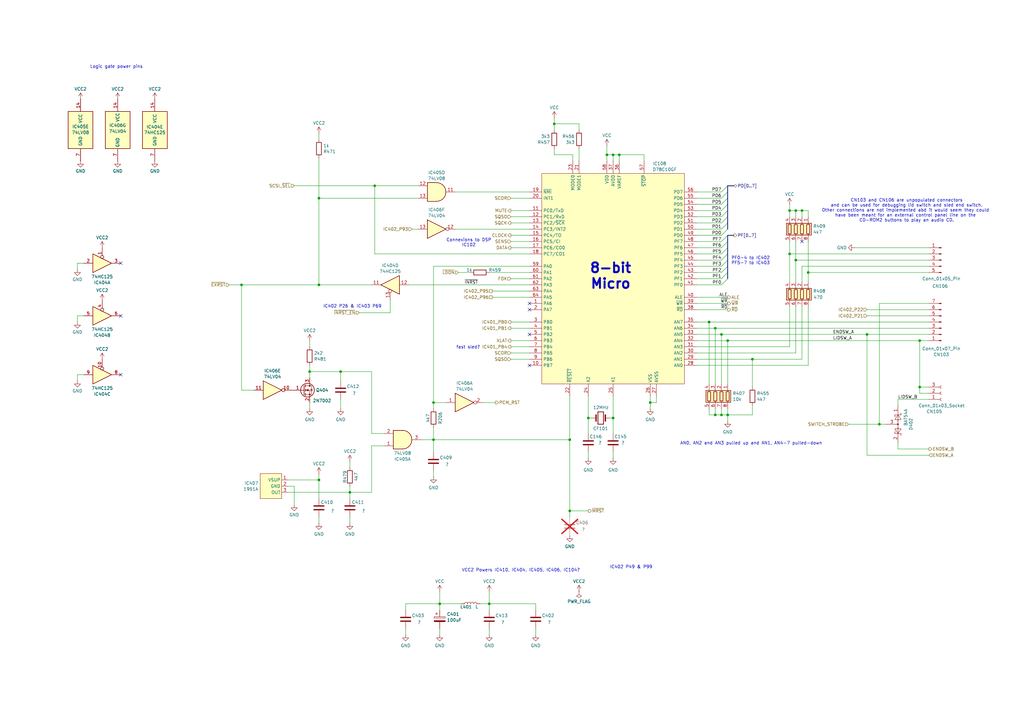
<source format=kicad_sch>
(kicad_sch (version 20231120) (generator "eeschema") (generator_version "8.0")
  (paper "A3")
  (title_block (title "PC-FX CD Board Schematics") (date "2024-07-25") (rev "0.1") (company "Author: Regis Galland") (comment 1 "Reversed engineered schematics of the PC-FX CD PCB"))
  (junction (at 360.68 173.99))
  (junction (at 180.34 247.65))
  (junction (at 295.91 137.16))
  (junction (at 290.83 132.08))
  (junction (at 248.92 63.5))
  (junction (at 153.67 76.2))
  (junction (at 130.81 81.28))
  (junction (at 254 63.5))
  (junction (at 227.33 50.8))
  (junction (at 266.7 165.1))
  (junction (at 326.39 86.36))
  (junction (at 130.81 116.84))
  (junction (at 200.66 247.65))
  (junction (at 139.7 152.4))
  (junction (at 233.68 180.34))
  (junction (at 355.6 137.16))
  (junction (at 177.8 180.34))
  (junction (at 308.61 147.32))
  (junction (at 323.85 104.14))
  (junction (at 293.37 134.62))
  (junction (at 298.45 139.7))
  (junction (at 143.51 201.93))
  (junction (at 298.45 170.18))
  (junction (at 326.39 106.68))
  (junction (at 130.81 196.85))
  (junction (at 331.47 111.76))
  (junction (at 251.46 63.5))
  (junction (at 377.19 139.7))
  (junction (at 241.3 171.45))
  (junction (at 177.8 165.1))
  (junction (at 295.91 170.18))
  (junction (at 323.85 86.36))
  (junction (at 328.93 86.36))
  (junction (at 377.19 158.75))
  (junction (at 99.06 116.84))
  (junction (at 127 152.4))
  (junction (at 233.68 209.55))
  (junction (at 251.46 171.45))
  (junction (at 293.37 170.18))
  (no_connect (at 217.17 149.86))
  (no_connect (at 217.17 127))
  (no_connect (at 328.93 99.06))
  (no_connect (at 217.17 124.46))
  (no_connect (at 49.53 107.95))
  (no_connect (at 49.53 129.54))
  (no_connect (at 49.53 153.67))
  (no_connect (at 217.17 137.16))
  (bus_entry (at 298.45 86.36) (size -2.54 2.54))
  (bus_entry (at 298.45 83.82) (size -2.54 2.54))
  (bus_entry (at 295.91 99.06) (size 2.54 -2.54))
  (bus_entry (at 295.91 114.3) (size 2.54 -2.54))
  (bus_entry (at 298.45 93.98) (size -2.54 2.54))
  (bus_entry (at 295.91 104.14) (size 2.54 -2.54))
  (bus_entry (at 298.45 81.28) (size -2.54 2.54))
  (bus_entry (at 298.45 91.44) (size -2.54 2.54))
  (bus_entry (at 295.91 101.6) (size 2.54 -2.54))
  (bus_entry (at 295.91 116.84) (size 2.54 -2.54))
  (bus_entry (at 298.45 76.2) (size -2.54 2.54))
  (bus_entry (at 295.91 109.22) (size 2.54 -2.54))
  (bus_entry (at 295.91 106.68) (size 2.54 -2.54))
  (bus_entry (at 295.91 111.76) (size 2.54 -2.54))
  (bus_entry (at 298.45 88.9) (size -2.54 2.54))
  (bus_entry (at 298.45 78.74) (size -2.54 2.54))
  (wire (pts (xy 328.93 86.36) (xy 326.39 86.36)))
  (wire (pts (xy 233.68 162.56) (xy 233.68 180.34)))
  (wire (pts (xy 293.37 167.64) (xy 293.37 170.18)))
  (wire (pts (xy 331.47 111.76) (xy 381 111.76)))
  (wire (pts (xy 209.55 101.6) (xy 217.17 101.6)))
  (wire (pts (xy 186.69 78.74) (xy 217.17 78.74)))
  (wire (pts (xy 99.06 160.02) (xy 99.06 116.84)))
  (wire (pts (xy 254 63.5) (xy 254 66.04)))
  (wire (pts (xy 323.85 115.57) (xy 323.85 104.14)))
  (wire (pts (xy 167.64 116.84) (xy 217.17 116.84)))
  (wire (pts (xy 217.17 91.44) (xy 209.55 91.44)))
  (wire (pts (xy 298.45 121.92) (xy 285.75 121.92)))
  (wire (pts (xy 295.91 96.52) (xy 285.75 96.52)))
  (wire (pts (xy 219.71 260.35) (xy 219.71 257.81)))
  (wire (pts (xy 118.11 201.93) (xy 143.51 201.93)))
  (wire (pts (xy 209.55 81.28) (xy 217.17 81.28)))
  (wire (pts (xy 180.34 242.57) (xy 180.34 247.65)))
  (wire (pts (xy 295.91 88.9) (xy 285.75 88.9)))
  (wire (pts (xy 217.17 109.22) (xy 177.8 109.22)))
  (wire (pts (xy 180.34 247.65) (xy 180.34 250.19)))
  (wire (pts (xy 177.8 195.58) (xy 177.8 193.04)))
  (wire (pts (xy 209.55 88.9) (xy 217.17 88.9)))
  (wire (pts (xy 295.91 81.28) (xy 285.75 81.28)))
  (wire (pts (xy 347.98 173.99) (xy 360.68 173.99)))
  (wire (pts (xy 209.55 139.7) (xy 217.17 139.7)))
  (wire (pts (xy 130.81 194.31) (xy 130.81 196.85)))
  (wire (pts (xy 368.3 166.37) (xy 368.3 163.83)))
  (bus (pts (xy 298.45 83.82) (xy 298.45 86.36)))
  (wire (pts (xy 377.19 158.75) (xy 377.19 161.29)))
  (wire (pts (xy 308.61 158.75) (xy 308.61 147.32)))
  (wire (pts (xy 130.81 81.28) (xy 130.81 116.84)))
  (wire (pts (xy 153.67 104.14) (xy 217.17 104.14)))
  (wire (pts (xy 266.7 165.1) (xy 266.7 167.64)))
  (wire (pts (xy 241.3 177.8) (xy 241.3 171.45)))
  (wire (pts (xy 241.3 162.56) (xy 241.3 171.45)))
  (bus (pts (xy 298.45 111.76) (xy 298.45 114.3)))
  (wire (pts (xy 200.66 247.65) (xy 219.71 247.65)))
  (wire (pts (xy 293.37 170.18) (xy 295.91 170.18)))
  (wire (pts (xy 130.81 214.63) (xy 130.81 212.09)))
  (wire (pts (xy 377.19 158.75) (xy 381 158.75)))
  (wire (pts (xy 227.33 50.8) (xy 227.33 53.34)))
  (wire (pts (xy 234.95 63.5) (xy 227.33 63.5)))
  (wire (pts (xy 298.45 157.48) (xy 298.45 139.7)))
  (wire (pts (xy 143.51 214.63) (xy 143.51 212.09)))
  (wire (pts (xy 120.65 76.2) (xy 153.67 76.2)))
  (wire (pts (xy 328.93 109.22) (xy 328.93 115.57)))
  (bus (pts (xy 298.45 91.44) (xy 298.45 88.9)))
  (wire (pts (xy 209.55 147.32) (xy 217.17 147.32)))
  (wire (pts (xy 290.83 132.08) (xy 381 132.08)))
  (wire (pts (xy 31.75 129.54) (xy 31.75 132.08)))
  (wire (pts (xy 177.8 180.34) (xy 177.8 185.42)))
  (wire (pts (xy 360.68 124.46) (xy 381 124.46)))
  (wire (pts (xy 147.32 128.27) (xy 160.02 128.27)))
  (wire (pts (xy 323.85 86.36) (xy 323.85 88.9)))
  (wire (pts (xy 308.61 166.37) (xy 308.61 170.18)))
  (wire (pts (xy 331.47 149.86) (xy 331.47 125.73)))
  (wire (pts (xy 153.67 76.2) (xy 171.45 76.2)))
  (wire (pts (xy 152.4 152.4) (xy 152.4 177.8)))
  (wire (pts (xy 285.75 144.78) (xy 326.39 144.78)))
  (wire (pts (xy 254 63.5) (xy 264.16 63.5)))
  (wire (pts (xy 290.83 157.48) (xy 290.83 132.08)))
  (wire (pts (xy 227.33 60.96) (xy 227.33 63.5)))
  (wire (pts (xy 331.47 88.9) (xy 331.47 86.36)))
  (wire (pts (xy 196.85 247.65) (xy 200.66 247.65)))
  (wire (pts (xy 368.3 184.15) (xy 381 184.15)))
  (wire (pts (xy 323.85 104.14) (xy 381 104.14)))
  (wire (pts (xy 177.8 165.1) (xy 177.8 167.64)))
  (wire (pts (xy 34.29 107.95) (xy 31.75 107.95)))
  (wire (pts (xy 182.88 165.1) (xy 177.8 165.1)))
  (wire (pts (xy 127 152.4) (xy 127 154.94)))
  (wire (pts (xy 295.91 104.14) (xy 285.75 104.14)))
  (wire (pts (xy 130.81 54.61) (xy 130.81 57.15)))
  (wire (pts (xy 209.55 132.08) (xy 217.17 132.08)))
  (wire (pts (xy 360.68 173.99) (xy 363.22 173.99)))
  (wire (pts (xy 99.06 116.84) (xy 130.81 116.84)))
  (wire (pts (xy 326.39 144.78) (xy 326.39 125.73)))
  (wire (pts (xy 285.75 99.06) (xy 295.91 99.06)))
  (wire (pts (xy 326.39 106.68) (xy 381 106.68)))
  (wire (pts (xy 290.83 170.18) (xy 293.37 170.18)))
  (wire (pts (xy 34.29 129.54) (xy 31.75 129.54)))
  (wire (pts (xy 295.91 111.76) (xy 285.75 111.76)))
  (wire (pts (xy 139.7 167.64) (xy 139.7 163.83)))
  (wire (pts (xy 227.33 50.8) (xy 237.49 50.8)))
  (wire (pts (xy 328.93 125.73) (xy 328.93 147.32)))
  (wire (pts (xy 368.3 184.15) (xy 368.3 181.61)))
  (wire (pts (xy 143.51 201.93) (xy 152.4 201.93)))
  (wire (pts (xy 139.7 152.4) (xy 127 152.4)))
  (wire (pts (xy 130.81 81.28) (xy 171.45 81.28)))
  (wire (pts (xy 143.51 201.93) (xy 143.51 204.47)))
  (wire (pts (xy 201.93 119.38) (xy 217.17 119.38)))
  (bus (pts (xy 298.45 109.22) (xy 298.45 111.76)))
  (wire (pts (xy 328.93 88.9) (xy 328.93 86.36)))
  (wire (pts (xy 328.93 86.36) (xy 331.47 86.36)))
  (wire (pts (xy 298.45 170.18) (xy 308.61 170.18)))
  (wire (pts (xy 209.55 86.36) (xy 217.17 86.36)))
  (wire (pts (xy 308.61 147.32) (xy 328.93 147.32)))
  (wire (pts (xy 157.48 182.88) (xy 152.4 182.88)))
  (wire (pts (xy 298.45 170.18) (xy 298.45 172.72)))
  (wire (pts (xy 295.91 86.36) (xy 285.75 86.36)))
  (wire (pts (xy 180.34 247.65) (xy 189.23 247.65)))
  (wire (pts (xy 166.37 247.65) (xy 166.37 250.19)))
  (wire (pts (xy 295.91 167.64) (xy 295.91 170.18)))
  (bus (pts (xy 298.45 106.68) (xy 298.45 109.22)))
  (bus (pts (xy 298.45 81.28) (xy 298.45 83.82)))
  (wire (pts (xy 180.34 257.81) (xy 180.34 260.35)))
  (wire (pts (xy 326.39 106.68) (xy 326.39 99.06)))
  (wire (pts (xy 187.96 111.76) (xy 193.04 111.76)))
  (wire (pts (xy 152.4 182.88) (xy 152.4 201.93)))
  (wire (pts (xy 295.91 109.22) (xy 285.75 109.22)))
  (wire (pts (xy 209.55 96.52) (xy 217.17 96.52)))
  (wire (pts (xy 285.75 149.86) (xy 331.47 149.86)))
  (bus (pts (xy 298.45 76.2) (xy 298.45 78.74)))
  (wire (pts (xy 381 101.6) (xy 350.52 101.6)))
  (wire (pts (xy 285.75 142.24) (xy 323.85 142.24)))
  (wire (pts (xy 355.6 127) (xy 381 127)))
  (wire (pts (xy 177.8 180.34) (xy 233.68 180.34)))
  (wire (pts (xy 251.46 63.5) (xy 251.46 66.04)))
  (wire (pts (xy 237.49 50.8) (xy 237.49 53.34)))
  (wire (pts (xy 264.16 66.04) (xy 264.16 63.5)))
  (wire (pts (xy 377.19 139.7) (xy 377.19 158.75)))
  (bus (pts (xy 298.45 96.52) (xy 298.45 99.06)))
  (wire (pts (xy 200.66 111.76) (xy 217.17 111.76)))
  (wire (pts (xy 118.11 196.85) (xy 130.81 196.85)))
  (wire (pts (xy 200.66 242.57) (xy 200.66 247.65)))
  (wire (pts (xy 160.02 123.19) (xy 160.02 128.27)))
  (wire (pts (xy 285.75 132.08) (xy 290.83 132.08)))
  (wire (pts (xy 368.3 163.83) (xy 381 163.83)))
  (wire (pts (xy 326.39 86.36) (xy 323.85 86.36)))
  (bus (pts (xy 298.45 91.44) (xy 298.45 93.98)))
  (wire (pts (xy 120.65 207.01) (xy 120.65 199.39)))
  (wire (pts (xy 241.3 171.45) (xy 242.57 171.45)))
  (wire (pts (xy 153.67 104.14) (xy 153.67 76.2)))
  (wire (pts (xy 120.65 199.39) (xy 118.11 199.39)))
  (wire (pts (xy 331.47 111.76) (xy 331.47 99.06)))
  (wire (pts (xy 285.75 139.7) (xy 298.45 139.7)))
  (wire (pts (xy 130.81 64.77) (xy 130.81 81.28)))
  (wire (pts (xy 209.55 134.62) (xy 217.17 134.62)))
  (wire (pts (xy 285.75 147.32) (xy 308.61 147.32)))
  (bus (pts (xy 298.45 78.74) (xy 298.45 81.28)))
  (wire (pts (xy 331.47 115.57) (xy 331.47 111.76)))
  (wire (pts (xy 377.19 139.7) (xy 381 139.7)))
  (wire (pts (xy 298.45 167.64) (xy 298.45 170.18)))
  (wire (pts (xy 293.37 134.62) (xy 381 134.62)))
  (wire (pts (xy 31.75 153.67) (xy 31.75 156.21)))
  (wire (pts (xy 139.7 152.4) (xy 139.7 156.21)))
  (wire (pts (xy 130.81 116.84) (xy 152.4 116.84)))
  (wire (pts (xy 266.7 162.56) (xy 266.7 165.1)))
  (wire (pts (xy 295.91 106.68) (xy 285.75 106.68)))
  (wire (pts (xy 203.2 165.1) (xy 198.12 165.1)))
  (wire (pts (xy 200.66 247.65) (xy 200.66 250.19)))
  (wire (pts (xy 166.37 260.35) (xy 166.37 257.81)))
  (wire (pts (xy 266.7 165.1) (xy 269.24 165.1)))
  (wire (pts (xy 31.75 107.95) (xy 31.75 110.49)))
  (wire (pts (xy 295.91 157.48) (xy 295.91 137.16)))
  (wire (pts (xy 127 165.1) (xy 127 167.64)))
  (wire (pts (xy 209.55 114.3) (xy 217.17 114.3)))
  (wire (pts (xy 254 63.5) (xy 251.46 63.5)))
  (wire (pts (xy 127 142.24) (xy 127 139.7)))
  (wire (pts (xy 251.46 162.56) (xy 251.46 171.45)))
  (wire (pts (xy 233.68 180.34) (xy 233.68 209.55)))
  (wire (pts (xy 209.55 99.06) (xy 217.17 99.06)))
  (wire (pts (xy 251.46 177.8) (xy 251.46 171.45)))
  (bus (pts (xy 298.45 101.6) (xy 298.45 104.14)))
  (wire (pts (xy 298.45 139.7) (xy 377.19 139.7)))
  (wire (pts (xy 326.39 88.9) (xy 326.39 86.36)))
  (wire (pts (xy 295.91 91.44) (xy 285.75 91.44)))
  (wire (pts (xy 323.85 104.14) (xy 323.85 99.06)))
  (wire (pts (xy 326.39 115.57) (xy 326.39 106.68)))
  (wire (pts (xy 248.92 63.5) (xy 251.46 63.5)))
  (wire (pts (xy 237.49 60.96) (xy 237.49 66.04)))
  (wire (pts (xy 209.55 144.78) (xy 217.17 144.78)))
  (bus (pts (xy 298.45 99.06) (xy 298.45 101.6)))
  (wire (pts (xy 381 161.29) (xy 377.19 161.29)))
  (wire (pts (xy 295.91 170.18) (xy 298.45 170.18)))
  (wire (pts (xy 172.72 180.34) (xy 177.8 180.34)))
  (wire (pts (xy 209.55 142.24) (xy 217.17 142.24)))
  (wire (pts (xy 219.71 247.65) (xy 219.71 250.19)))
  (wire (pts (xy 166.37 247.65) (xy 180.34 247.65)))
  (wire (pts (xy 355.6 129.54) (xy 381 129.54)))
  (wire (pts (xy 241.3 185.42) (xy 241.3 187.96)))
  (wire (pts (xy 233.68 212.09) (xy 233.68 209.55)))
  (wire (pts (xy 99.06 160.02) (xy 104.14 160.02)))
  (wire (pts (xy 355.6 137.16) (xy 355.6 186.69)))
  (bus (pts (xy 298.45 96.52) (xy 300.99 96.52)))
  (bus (pts (xy 298.45 76.2) (xy 300.99 76.2)))
  (wire (pts (xy 227.33 48.26) (xy 227.33 50.8)))
  (bus (pts (xy 298.45 86.36) (xy 298.45 88.9)))
  (wire (pts (xy 269.24 165.1) (xy 269.24 162.56)))
  (wire (pts (xy 323.85 142.24) (xy 323.85 125.73)))
  (wire (pts (xy 285.75 134.62) (xy 293.37 134.62)))
  (wire (pts (xy 298.45 127) (xy 285.75 127)))
  (wire (pts (xy 295.91 78.74) (xy 285.75 78.74)))
  (wire (pts (xy 360.68 173.99) (xy 360.68 124.46)))
  (wire (pts (xy 298.45 124.46) (xy 285.75 124.46)))
  (wire (pts (xy 295.91 114.3) (xy 285.75 114.3)))
  (wire (pts (xy 295.91 137.16) (xy 355.6 137.16)))
  (wire (pts (xy 293.37 157.48) (xy 293.37 134.62)))
  (wire (pts (xy 152.4 177.8) (xy 157.48 177.8)))
  (wire (pts (xy 295.91 93.98) (xy 285.75 93.98)))
  (wire (pts (xy 186.69 93.98) (xy 217.17 93.98)))
  (wire (pts (xy 248.92 66.04) (xy 248.92 63.5)))
  (wire (pts (xy 381 109.22) (xy 328.93 109.22)))
  (wire (pts (xy 290.83 170.18) (xy 290.83 167.64)))
  (wire (pts (xy 168.91 93.98) (xy 171.45 93.98)))
  (wire (pts (xy 323.85 83.82) (xy 323.85 86.36)))
  (wire (pts (xy 251.46 171.45) (xy 250.19 171.45)))
  (wire (pts (xy 233.68 209.55) (xy 241.3 209.55)))
  (bus (pts (xy 298.45 104.14) (xy 298.45 106.68)))
  (wire (pts (xy 143.51 189.23) (xy 143.51 191.77)))
  (wire (pts (xy 295.91 101.6) (xy 285.75 101.6)))
  (wire (pts (xy 130.81 196.85) (xy 130.81 204.47)))
  (wire (pts (xy 285.75 137.16) (xy 295.91 137.16)))
  (wire (pts (xy 200.66 260.35) (xy 200.66 257.81)))
  (wire (pts (xy 177.8 180.34) (xy 177.8 175.26)))
  (wire (pts (xy 34.29 153.67) (xy 31.75 153.67)))
  (wire (pts (xy 93.98 116.84) (xy 99.06 116.84)))
  (wire (pts (xy 355.6 186.69) (xy 381 186.69)))
  (wire (pts (xy 139.7 152.4) (xy 152.4 152.4)))
  (wire (pts (xy 295.91 83.82) (xy 285.75 83.82)))
  (wire (pts (xy 295.91 116.84) (xy 285.75 116.84)))
  (wire (pts (xy 217.17 121.92) (xy 201.93 121.92)))
  (wire (pts (xy 234.95 66.04) (xy 234.95 63.5)))
  (wire (pts (xy 248.92 59.69) (xy 248.92 63.5)))
  (wire (pts (xy 177.8 165.1) (xy 177.8 109.22)))
  (wire (pts (xy 251.46 185.42) (xy 251.46 187.96)))
  (wire (pts (xy 143.51 199.39) (xy 143.51 201.93)))
  (wire (pts (xy 355.6 137.16) (xy 381 137.16)))
  (wire (pts (xy 127 149.86) (xy 127 152.4)))
  (text "fast sled?" (at 192.024 142.494 0) (effects (font (size 1.27 1.27))))
  (text "IC402 P26 & IC403 P69" (at 144.526 125.73 0) (effects (font (size 1.27 1.27))))
  (text "8-bit\nMicro" (at 250.444 113.284 0) (effects (font (size 4 4) (thickness 0.8) (bold yes))))
  (text "Connexions to DSP\nIC102" (at 192.278 99.568 0) (effects (font (size 1.27 1.27))))
  (text "Logic gate power pins" (at 47.752 27.432 0) (effects (font (size 1.27 1.27))))
  (text "PF0-4 to IC402\nPF5-7 to IC403" (at 307.848 106.934 0) (effects (font (size 1.27 1.27))))
  (text "IC402 P49 & P99" (at 258.826 232.664 0) (effects (font (size 1.27 1.27))))
  (text "AN0, AN2 and AN3 pulled up and AN1, AN4-7 pulled-down" (at 308.102 181.864 0) (effects (font (size 1.27 1.27))))
  (text "VCC2 Powers IC410, IC404, IC405, IC406, IC104?" (at 213.614 233.934 0) (effects (font (size 1.27 1.27))))
  (text "CN103 and CN106 are unpopulated connectors\nand can be used for debugging lid switch and sled end switch.\nOther connections are not implemented abd it would seem they could \nhave been meant for an external control panel line on the \nCD-ROM2 buttons to play an audio CD." (at 371.856 86.36 0) (effects (font (size 1.27 1.27))))
  (label "PF4" (at 295.91 106.68 180))
  (label "~{INRST}" (at 190.5 116.84 0))
  (label "~{RD}" (at 298.45 127 180))
  (label "PF5" (at 295.91 104.14 180))
  (label "PD7" (at 295.91 78.74 180))
  (label "PD4" (at 295.91 86.36 180))
  (label "PD1" (at 295.91 93.98 180))
  (label "PF7" (at 295.91 99.06 180))
  (label "PD6" (at 295.91 81.28 180))
  (label "PD3" (at 295.91 88.9 180))
  (label "PF0" (at 295.91 116.84 180))
  (label "PF1" (at 295.91 114.3 180))
  (label "PF3" (at 295.91 109.22 180))
  (label "ENDSW_A" (at 341.63 137.16 0))
  (label "~{WR}" (at 298.45 124.46 180))
  (label "PD0" (at 295.91 96.52 180))
  (label "LIDSW_B" (at 368.3 163.83 0))
  (label "ALE" (at 298.45 121.92 180))
  (label "LIDSW_A" (at 341.63 139.7 0))
  (label "PD2" (at 295.91 91.44 180))
  (label "PD5" (at 295.91 83.82 180))
  (label "PF2" (at 295.91 111.76 180))
  (label "PF6" (at 295.91 101.6 180))
  (hierarchical_label "SQSO" (shape input) (at 209.55 88.9 180))
  (hierarchical_label "XLAT" (shape output) (at 209.55 139.7 180))
  (hierarchical_label "~{WR}" (shape output) (at 298.45 124.46 0))
  (hierarchical_label "MUTE" (shape output) (at 209.55 86.36 180))
  (hierarchical_label "FOK" (shape input) (at 209.55 114.3 180))
  (hierarchical_label "ENDSW_A" (shape input) (at 381 186.69 0))
  (hierarchical_label "SENS" (shape input) (at 209.55 99.06 180))
  (hierarchical_label "ENDSW_B" (shape output) (at 381 184.15 0))
  (hierarchical_label "IC401_PB0" (shape output) (at 209.55 132.08 180))
  (hierarchical_label "~{INRST_EN}" (shape input) (at 147.32 128.27 180))
  (hierarchical_label "DATA" (shape output) (at 209.55 101.6 180))
  (hierarchical_label "~{MRST}" (shape output) (at 241.3 209.55 0))
  (hierarchical_label "SCSI_~{SEL}" (shape input) (at 120.65 76.2 180))
  (hierarchical_label "~{RD}" (shape output) (at 298.45 127 0))
  (hierarchical_label "~{LDON}" (shape input) (at 187.96 111.76 180))
  (hierarchical_label "PF[0..7]" (shape output) (at 300.99 96.52 0))
  (hierarchical_label "SCOR" (shape input) (at 209.55 144.78 180))
  (hierarchical_label "SQCK" (shape output) (at 209.55 91.44 180))
  (hierarchical_label "IC401_PB4" (shape output) (at 209.55 142.24 180))
  (hierarchical_label "IC402_P22" (shape input) (at 355.6 127 180))
  (hierarchical_label "IC402_P93" (shape input) (at 168.91 93.98 180))
  (hierarchical_label "~{EXRST}" (shape input) (at 93.98 116.84 180))
  (hierarchical_label "PCM_RST" (shape output) (at 203.2 165.1 0))
  (hierarchical_label "IC401_PB1" (shape output) (at 209.55 134.62 180))
  (hierarchical_label "CLOCK" (shape output) (at 209.55 96.52 180))
  (hierarchical_label "SWITCH_STROBE" (shape input) (at 347.98 173.99 180))
  (hierarchical_label "ALE" (shape output) (at 298.45 121.92 0))
  (hierarchical_label "SCOR" (shape input) (at 209.55 81.28 180))
  (hierarchical_label "SQSO" (shape input) (at 209.55 147.32 180))
  (hierarchical_label "IC402_P95" (shape passive) (at 201.93 119.38 180))
  (hierarchical_label "IC402_P96" (shape passive) (at 201.93 121.92 180))
  (hierarchical_label "PD[0..7]" (shape bidirectional) (at 300.99 76.2 0))
  (hierarchical_label "IC402_P21" (shape input) (at 355.6 129.54 180))
  (symbol (lib_id "Device:R") (at 177.8 171.45 0) (mirror y) (unit 1)
    (property "Reference" "R206" (at 180.594 168.91 90) (effects (justify right)))
    (property "Value" "4k7" (at 175.514 169.672 90) (effects (justify right)))
  )
  (symbol (lib_id "power:GND") (at 219.71 260.35 0) (unit 1)
    (property "Reference" "#PWR084" (effects (hide yes)))
    (property "Value" "GND" (at 219.71 264.7934 0))
    (property "Description" "Power symbol creates a global label with name \"GND\" , ground" (effects (hide yes)))
  )
  (symbol (lib_id "PC-FX:VCC2") (at 48.26 40.64 0) (unit 1)
    (property "Reference" "#PWR042" (effects (hide yes)))
    (property "Value" "VCC2" (at 48.26 36.5069 0))
    (property "Description" "Power symbol creates a global label with name \"VCC\"" (effects (hide yes)))
  )
  (symbol (lib_id "Device:C") (at 139.7 160.02 180) (unit 1)
    (property "Reference" "C412" (at 144.78 158.496 0))
    (property "Value" "?" (at 145.288 161.29 0))
    (property "Footprint" "Capacitor_SMD:C_0603_1608Metric" (effects (hide yes)))
  )
  (symbol (lib_id "PC-FX:VCC2") (at 41.91 123.19 0) (unit 1)
    (property "Reference" "#PWR0168" (effects (hide yes)))
    (property "Value" "VCC2" (at 41.91 119.0569 0))
    (property "Description" "Power symbol creates a global label with name \"VCC\"" (effects (hide yes)))
  )
  (symbol (lib_id "Device:C") (at 166.37 254 180) (unit 1)
    (property "Reference" "C403" (at 171.45 252.476 0))
    (property "Value" "?" (at 171.958 255.27 0))
    (property "Footprint" "Capacitor_SMD:C_0603_1608Metric" (effects (hide yes)))
  )
  (symbol (lib_id "PC-FX:VCC2") (at 127 139.7 0) (unit 1)
    (property "Reference" "#PWR086" (effects (hide yes)))
    (property "Value" "VCC2" (at 127 135.5669 0))
    (property "Description" "Power symbol creates a global label with name \"VCC\"" (effects (hide yes)))
  )
  (symbol (lib_id "power:GND") (at 177.8 195.58 0) (unit 1)
    (property "Reference" "#PWR083" (effects (hide yes)))
    (property "Value" "GND" (at 177.8 200.0234 0))
    (property "Description" "Power symbol creates a global label with name \"GND\" , ground" (effects (hide yes)))
  )
  (symbol (lib_id "PC-Engine_CDR-30:1951A") (at 118.11 196.85 0) (mirror y) (unit 1)
    (property "Reference" "IC407" (at 105.9688 198.1778 0) (effects (justify left)))
    (property "Value" "1951A" (at 105.9688 200.6021 0) (effects (justify left)))
    (property "Footprint" "Package_TO_SOT_SMD:SOT-89-3" (effects (hide yes)))
  )
  (symbol (lib_id "power:GND") (at 31.75 132.08 0) (unit 1)
    (property "Reference" "#PWR041" (effects (hide yes)))
    (property "Value" "GND" (at 31.75 136.2131 0))
    (property "Description" "Power symbol creates a global label with name \"GND\" , ground" (effects (hide yes)))
  )
  (symbol (lib_id "power:GND") (at 180.34 260.35 0) (unit 1)
    (property "Reference" "#PWR076" (effects (hide yes)))
    (property "Value" "GND" (at 180.34 264.7934 0))
    (property "Description" "Power symbol creates a global label with name \"GND\" , ground" (effects (hide yes)))
  )
  (symbol (lib_id "Device:L") (at 193.04 247.65 90) (unit 1)
    (property "Reference" "L401" (at 191.135 248.92 90))
    (property "Value" "L" (at 195.58 248.92 90))
  )
  (symbol (lib_id "SNES:2N7002") (at 123.19 160.02 0) (unit 1)
    (property "Reference" "Q404" (at 129.54 160.02 0) (effects (justify left)))
    (property "Value" "2N7002" (at 132.08 164.338 0))
    (property "Footprint" "Package_TO_SOT_SMD:SOT-23" (effects (hide yes)))
    (property "Datasheet" "https://www.diodes.com/assets/Datasheets/ds11303.pdf" (effects (hide yes)))
    (property "Description" "N-Channel 60V 115mA (Ta) 370mW (Ta) Surface Mount SOT-23-3" (effects (hide yes)))
    (property "Manufacturer" "Diodes Inc" (effects (hide yes)))
    (property "Manufacturer Part Number" "2N7002-7-F" (effects (hide yes)))
    (property "Supplier" "Digi-Key" (effects (hide yes)))
    (property "Supplier Part Number" "2N7002-FDICT-ND" (effects (hide yes)))
    (property "Unit Price" "0.16" (effects (hide yes)))
  )
  (symbol (lib_id "Device:R_Pack04") (at 326.39 93.98 180) (unit 1)
    (property "Reference" "R409" (at 333.502 92.7678 0) (effects (justify right)))
    (property "Value" "4k7" (at 333.502 95.1921 0) (effects (justify right)))
    (property "Description" "4 resistor network, parallel topology" (effects (hide yes)))
  )
  (symbol (lib_id "power:VCC") (at 227.33 48.26 0) (mirror y) (unit 1)
    (property "Reference" "#PWR054" (effects (hide yes)))
    (property "Value" "VCC" (at 227.33 44.1269 0))
    (property "Description" "Power symbol creates a global label with name \"VCC\"" (effects (hide yes)))
  )
  (symbol (lib_id "Device:R") (at 227.33 57.15 0) (unit 1)
    (property "Reference" "R457" (at 225.552 58.3621 0) (effects (justify right)))
    (property "Value" "3k3" (at 225.552 55.9379 0) (effects (justify right)))
  )
  (symbol (lib_id "PC-FX:VCC2") (at 237.49 242.57 0) (unit 1)
    (property "Reference" "#PWR019" (effects (hide yes)))
    (property "Value" "VCC2" (at 237.49 238.4369 0))
    (property "Description" "Power symbol creates a global label with name \"VCC\"" (effects (hide yes)))
  )
  (symbol (lib_id "PC-FX:VCC2") (at 130.81 54.61 0) (unit 1)
    (property "Reference" "#PWR089" (effects (hide yes)))
    (property "Value" "VCC2" (at 130.81 50.4769 0))
    (property "Description" "Power symbol creates a global label with name \"VCC\"" (effects (hide yes)))
  )
  (symbol (lib_id "Device:R") (at 196.85 111.76 90) (mirror x) (unit 1)
    (property "Reference" "R459" (at 200.406 110.744 90) (effects (justify right)))
    (property "Value" "1k" (at 191.262 110.744 90) (effects (justify right)))
  )
  (symbol (lib_id "Device:C") (at 219.71 254 180) (unit 1)
    (property "Reference" "C402" (at 224.79 252.476 0))
    (property "Value" "?" (at 225.298 255.27 0))
    (property "Footprint" "Capacitor_SMD:C_0603_1608Metric" (effects (hide yes)))
  )
  (symbol (lib_id "power:GND") (at 298.45 172.72 0) (unit 1)
    (property "Reference" "#PWR050" (effects (hide yes)))
    (property "Value" "GND" (at 298.45 177.1634 0))
    (property "Description" "Power symbol creates a global label with name \"GND\" , ground" (effects (hide yes)))
  )
  (symbol (lib_id "power:GND") (at 266.7 167.64 0) (unit 1)
    (property "Reference" "#PWR0138" (effects (hide yes)))
    (property "Value" "GND" (at 266.7 172.0834 0))
    (property "Description" "Power symbol creates a global label with name \"GND\" , ground" (effects (hide yes)))
  )
  (symbol (lib_id "PC-FX:74HC125") (at 63.5 53.34 0) (mirror y) (unit 5)
    (property "Reference" "IC404" (at 63.5 52.07 0))
    (property "Value" "74HC125" (at 63.5 54.356 0))
    (property "Datasheet" "https://www.ti.com/lit/ds/symlink/sn74ahct125.pdf" (effects (hide yes)))
    (property "Description" "Quadruple Bus Buffer Gates With 3-State Outputs" (effects (hide yes)))
  )
  (symbol (lib_id "Device:C") (at 241.3 181.61 180) (unit 1)
    (property "Reference" "C146" (at 244.348 179.07 0))
    (property "Value" "?" (at 246.126 181.61 0))
    (property "Footprint" "Capacitor_SMD:C_0603_1608Metric" (effects (hide yes)))
  )
  (symbol (lib_id "Device:C") (at 130.81 208.28 180) (unit 1)
    (property "Reference" "C410" (at 134.112 205.994 0))
    (property "Value" "?" (at 136.398 209.55 0))
    (property "Footprint" "Capacitor_SMD:C_0603_1608Metric" (effects (hide yes)))
  )
  (symbol (lib_id "Device:Crystal") (at 246.38 171.45 180) (unit 1)
    (property "Reference" "CF101" (at 249.428 175.768 0) (effects (justify left)))
    (property "Value" "12MHz" (at 249.682 167.132 0) (effects (justify left)))
    (property "Description" "Two pin crystal" (effects (hide yes)))
    (instances (project "MAIN_PWR" (path "" (reference "CF101") (unit 1))) (project "" (path "" (reference "X401") (unit 1))))
  )
  (symbol (lib_id "Device:C") (at 233.68 215.9 180) (unit 1) (dnp yes)
    (property "Reference" "C406" (at 238.76 214.376 0))
    (property "Value" "?" (at 239.268 217.17 0))
    (property "Footprint" "Capacitor_SMD:C_0603_1608Metric" (effects (hide yes)))
  )
  (symbol (lib_id "power:GND") (at 31.75 156.21 0) (unit 1)
    (property "Reference" "#PWR045" (effects (hide yes)))
    (property "Value" "GND" (at 31.75 160.3431 0))
    (property "Description" "Power symbol creates a global label with name \"GND\" , ground" (effects (hide yes)))
  )
  (symbol (lib_id "Device:R") (at 127 146.05 0) (mirror y) (unit 1)
    (property "Reference" "R481" (at 128.778 147.2621 0) (effects (justify right)))
    (property "Value" "2k2" (at 128.778 144.8379 0) (effects (justify right)))
  )
  (symbol (lib_id "Connector:Conn_01x07_Pin") (at 386.08 132.08 180) (unit 1)
    (property "Reference" "CN103" (at 386.08 145.415 0))
    (property "Value" "Conn_01x07_Pin" (at 386.08 142.9908 0))
  )
  (symbol (lib_id "power:GND") (at 143.51 214.63 0) (unit 1)
    (property "Reference" "#PWR071" (effects (hide yes)))
    (property "Value" "GND" (at 143.51 219.0734 0))
    (property "Description" "Power symbol creates a global label with name \"GND\" , ground" (effects (hide yes)))
  )
  (symbol (lib_id "power:GND") (at 120.65 207.01 0) (unit 1)
    (property "Reference" "#PWR072" (effects (hide yes)))
    (property "Value" "GND" (at 120.65 211.1431 0))
    (property "Description" "Power symbol creates a global label with name \"GND\" , ground" (effects (hide yes)))
  )
  (symbol (lib_id "Device:R_Pack04") (at 326.39 120.65 180) (unit 1)
    (property "Reference" "R408" (at 336.042 119.38 0))
    (property "Value" "470" (at 335.534 121.92 0))
    (property "Description" "4 resistor network, parallel topology" (effects (hide yes)))
  )
  (symbol (lib_id "PC-FX:VCC2") (at 41.91 101.6 0) (unit 1)
    (property "Reference" "#PWR046" (effects (hide yes)))
    (property "Value" "VCC2" (at 41.91 97.4669 0))
    (property "Description" "Power symbol creates a global label with name \"VCC\"" (effects (hide yes)))
  )
  (symbol (lib_id "Connector:Conn_01x05_Pin") (at 386.08 106.68 0) (mirror y) (unit 1)
    (property "Reference" "CN106" (at 385.572 117.348 0))
    (property "Value" "Conn_01x05_Pin" (at 386.08 114.3 0))
    (property "Description" "Generic connector, single row, 01x05, script generated" (effects (hide yes)))
  )
  (symbol (lib_id "Device:C_Polarized") (at 180.34 254 0) (unit 1)
    (property "Reference" "C401" (at 183.261 251.8988 0) (effects (justify left)))
    (property "Value" "100uF" (at 183.261 254.3231 0) (effects (justify left)))
    (property "Footprint" "Capacitor_SMD:CP_Elec_5x5.4" (effects (hide yes)))
  )
  (symbol (lib_id "power:GND") (at 350.52 101.6 270) (unit 1)
    (property "Reference" "#PWR053" (effects (hide yes)))
    (property "Value" "GND" (at 347.3451 101.6 90) (effects (justify right)))
    (property "Description" "Power symbol creates a global label with name \"GND\" , ground" (effects (hide yes)))
  )
  (symbol (lib_id "power:VCC") (at 180.34 242.57 0) (unit 1)
    (property "Reference" "#PWR077" (effects (hide yes)))
    (property "Value" "VCC" (at 180.34 238.4369 0))
    (property "Description" "Power symbol creates a global label with name \"VCC\"" (effects (hide yes)))
  )
  (symbol (lib_id "power:PWR_FLAG") (at 237.49 242.57 180) (unit 1)
    (property "Reference" "#FLG01" (effects (hide yes)))
    (property "Value" "PWR_FLAG" (at 237.49 246.7031 0))
    (property "Description" "Special symbol for telling ERC where power comes from" (effects (hide yes)))
  )
  (symbol (lib_id "power:GND") (at 130.81 214.63 0) (unit 1)
    (property "Reference" "#PWR073" (effects (hide yes)))
    (property "Value" "GND" (at 130.81 219.0734 0))
    (property "Description" "Power symbol creates a global label with name \"GND\" , ground" (effects (hide yes)))
  )
  (symbol (lib_id "PC-FX:74LV04") (at 190.5 165.1 0) (unit 1)
    (property "Reference" "IC406" (at 190.5 157.1455 0))
    (property "Value" "74LV04" (at 190.5 159.5698 0))
    (property "Datasheet" "https://assets.nexperia.com/documents/data-sheet/74HC_HCT04.pdf" (effects (hide yes)))
    (property "Description" "Hex Inverter" (effects (hide yes)))
  )
  (symbol (lib_id "Device:R") (at 143.51 195.58 0) (mirror x) (unit 1)
    (property "Reference" "R479" (at 141.478 198.12 90) (effects (justify right)))
    (property "Value" "4k7" (at 146.05 197.358 90) (effects (justify right)))
  )
  (symbol (lib_id "PC-FX:74LV08") (at 33.02 53.34 0) (unit 5)
    (property "Reference" "IC405" (at 33.02 51.9317 0))
    (property "Value" "74LV08" (at 33.02 54.356 0))
    (property "Datasheet" "http://www.ti.com/lit/gpn/sn74LS08" (effects (hide yes)))
    (property "Description" "Quad And2" (effects (hide yes)))
  )
  (symbol (lib_id "power:GND") (at 63.5 66.04 0) (unit 1)
    (property "Reference" "#PWR043" (effects (hide yes)))
    (property "Value" "GND" (at 63.5 70.1731 0))
    (property "Description" "Power symbol creates a global label with name \"GND\" , ground" (effects (hide yes)))
  )
  (symbol (lib_id "PC-FX:VCC2") (at 143.51 189.23 0) (unit 1)
    (property "Reference" "#PWR0123" (effects (hide yes)))
    (property "Value" "VCC2" (at 143.51 185.0969 0))
    (property "Description" "Power symbol creates a global label with name \"VCC\"" (effects (hide yes)))
  )
  (symbol (lib_id "Device:R") (at 237.49 57.15 0) (mirror x) (unit 1)
    (property "Reference" "R456" (at 235.712 55.9379 0) (effects (justify right)))
    (property "Value" "3k3" (at 235.712 58.3621 0) (effects (justify right)))
  )
  (symbol (lib_id "PC-FX:74HC125") (at 160.02 116.84 0) (mirror y) (unit 4)
    (property "Reference" "IC404" (at 160.02 108.8855 0))
    (property "Value" "74HC125" (at 160.02 111.3098 0))
    (property "Datasheet" "https://www.ti.com/lit/ds/symlink/sn74ahct125.pdf" (effects (hide yes)))
    (property "Description" "Quadruple Bus Buffer Gates With 3-State Outputs" (effects (hide yes)))
  )
  (symbol (lib_id "PC-FX:74LV04") (at 48.26 53.34 0) (unit 7)
    (property "Reference" "IC406" (at 48.26 51.4237 0))
    (property "Value" "74LV04" (at 48.26 53.848 0))
    (property "Datasheet" "https://assets.nexperia.com/documents/data-sheet/74HC_HCT04.pdf" (effects (hide yes)))
    (property "Description" "Hex Inverter" (effects (hide yes)))
  )
  (symbol (lib_id "Connector:Conn_01x03_Socket") (at 386.08 161.29 0) (mirror x) (unit 1)
    (property "Reference" "CN105" (at 379.984 168.7942 0) (effects (justify left)))
    (property "Value" "Conn_01x03_Socket" (at 376.682 166.37 0) (effects (justify left)))
  )
  (symbol (lib_id "Device:R_Pack04") (at 293.37 162.56 180) (unit 1)
    (property "Reference" "R407" (at 300.482 161.3478 0) (effects (justify right)))
    (property "Value" "10k" (at 300.482 163.7721 0) (effects (justify right)))
    (property "Description" "4 resistor network, parallel topology" (effects (hide yes)))
  )
  (symbol (lib_id "PC-FX:VCC2") (at 33.02 40.64 0) (unit 1)
    (property "Reference" "#PWR039" (effects (hide yes)))
    (property "Value" "VCC2" (at 33.02 36.5069 0))
    (property "Description" "Power symbol creates a global label with name \"VCC\"" (effects (hide yes)))
  )
  (symbol (lib_id "power:VCC") (at 323.85 83.82 0) (unit 1)
    (property "Reference" "#PWR052" (effects (hide yes)))
    (property "Value" "VCC" (at 323.85 79.6869 0))
    (property "Description" "Power symbol creates a global label with name \"VCC\"" (effects (hide yes)))
  )
  (symbol (lib_id "power:VCC") (at 248.92 59.69 0) (unit 1)
    (property "Reference" "#PWR051" (effects (hide yes)))
    (property "Value" "VCC" (at 248.92 55.5569 0))
    (property "Description" "Power symbol creates a global label with name \"VCC\"" (effects (hide yes)))
  )
  (symbol (lib_id "PC-FX:74LV08") (at 179.07 78.74 0) (unit 4)
    (property "Reference" "IC405" (at 179.0617 70.7855 0))
    (property "Value" "74LV08" (at 179.0617 73.2098 0))
    (property "Datasheet" "http://www.ti.com/lit/gpn/sn74LS08" (effects (hide yes)))
    (property "Description" "Quad And2" (effects (hide yes)))
  )
  (symbol (lib_id "PC-FX:VCC2") (at 63.5 40.64 0) (unit 1)
    (property "Reference" "#PWR044" (effects (hide yes)))
    (property "Value" "VCC2" (at 63.5 36.5069 0))
    (property "Description" "Power symbol creates a global label with name \"VCC\"" (effects (hide yes)))
  )
  (symbol (lib_id "PC-FX:74HC125") (at 41.91 107.95 0) (mirror x) (unit 1)
    (property "Reference" "IC404" (at 41.91 115.9045 0))
    (property "Value" "74HC125" (at 41.91 113.4802 0))
    (property "Datasheet" "https://www.ti.com/lit/ds/symlink/sn74ahct125.pdf" (effects (hide yes)))
    (property "Description" "Quadruple Bus Buffer Gates With 3-State Outputs" (effects (hide yes)))
  )
  (symbol (lib_id "power:GND") (at 139.7 167.64 0) (unit 1)
    (property "Reference" "#PWR074" (effects (hide yes)))
    (property "Value" "GND" (at 139.7 172.0834 0))
    (property "Description" "Power symbol creates a global label with name \"GND\" , ground" (effects (hide yes)))
  )
  (symbol (lib_id "power:GND") (at 127 167.64 0) (unit 1)
    (property "Reference" "#PWR081" (effects (hide yes)))
    (property "Value" "GND" (at 127 172.0834 0))
    (property "Description" "Power symbol creates a global label with name \"GND\" , ground" (effects (hide yes)))
  )
  (symbol (lib_id "PC-FX:74LV08") (at 165.1 180.34 0) (mirror x) (unit 1)
    (property "Reference" "IC405" (at 165.0917 188.2945 0))
    (property "Value" "74LV08" (at 165.0917 185.8702 0))
    (property "Datasheet" "http://www.ti.com/lit/gpn/sn74LS08" (effects (hide yes)))
    (property "Description" "Quad And2" (effects (hide yes)))
  )
  (symbol (lib_id "power:GND") (at 200.66 260.35 0) (unit 1)
    (property "Reference" "#PWR082" (effects (hide yes)))
    (property "Value" "GND" (at 200.66 264.7934 0))
    (property "Description" "Power symbol creates a global label with name \"GND\" , ground" (effects (hide yes)))
  )
  (symbol (lib_id "Device:R") (at 130.81 60.96 0) (mirror y) (unit 1)
    (property "Reference" "R471" (at 132.588 62.1721 0) (effects (justify right)))
    (property "Value" "1k" (at 132.588 59.7479 0) (effects (justify right)))
  )
  (symbol (lib_id "PC-FX:VCC2") (at 41.91 147.32 0) (unit 1)
    (property "Reference" "#PWR048" (effects (hide yes)))
    (property "Value" "VCC2" (at 41.91 143.1869 0))
    (property "Description" "Power symbol creates a global label with name \"VCC\"" (effects (hide yes)))
  )
  (symbol (lib_id "power:GND") (at 241.3 187.96 0) (unit 1)
    (property "Reference" "#PWR0134" (effects (hide yes)))
    (property "Value" "GND" (at 241.3 192.786 0))
    (property "Description" "Power symbol creates a global label with name \"GND\" , ground" (effects (hide yes)))
  )
  (symbol (lib_id "PC-FX:74HC125") (at 41.91 153.67 0) (mirror x) (unit 3)
    (property "Reference" "IC404" (at 41.91 161.6245 0))
    (property "Value" "74HC125" (at 41.91 159.2002 0))
    (property "Datasheet" "https://www.ti.com/lit/ds/symlink/sn74ahct125.pdf" (effects (hide yes)))
    (property "Description" "Quadruple Bus Buffer Gates With 3-State Outputs" (effects (hide yes)))
  )
  (symbol (lib_id "power:GND") (at 251.46 187.96 0) (unit 1)
    (property "Reference" "#PWR0135" (effects (hide yes)))
    (property "Value" "GND" (at 251.46 192.786 0))
    (property "Description" "Power symbol creates a global label with name \"GND\" , ground" (effects (hide yes)))
  )
  (symbol (lib_id "PC-FX:VCC2") (at 200.66 242.57 0) (unit 1)
    (property "Reference" "#PWR085" (effects (hide yes)))
    (property "Value" "VCC2" (at 200.66 238.4369 0))
    (property "Description" "Power symbol creates a global label with name \"VCC\"" (effects (hide yes)))
  )
  (symbol (lib_id "PC-FX:74HC125") (at 41.91 129.54 0) (mirror x) (unit 2)
    (property "Reference" "IC404" (at 41.91 137.4945 0))
    (property "Value" "74HC125" (at 41.91 135.0702 0))
    (property "Datasheet" "https://www.ti.com/lit/ds/symlink/sn74ahct125.pdf" (effects (hide yes)))
    (property "Description" "Quadruple Bus Buffer Gates With 3-State Outputs" (effects (hide yes)))
  )
  (symbol (lib_id "PC-FX:74LV04") (at 179.07 93.98 0) (unit 6)
    (property "Reference" "IC406" (at 179.07 86.0255 0))
    (property "Value" "74LV04" (at 179.07 88.4498 0))
    (property "Datasheet" "https://assets.nexperia.com/documents/data-sheet/74HC_HCT04.pdf" (effects (hide yes)))
    (property "Description" "Hex Inverter" (effects (hide yes)))
  )
  (symbol (lib_id "PC-FX:74LV04") (at 111.76 160.02 0) (unit 5)
    (property "Reference" "IC406" (at 111.76 152.0655 0))
    (property "Value" "74LV04" (at 111.76 154.4898 0))
    (property "Datasheet" "https://assets.nexperia.com/documents/data-sheet/74HC_HCT04.pdf" (effects (hide yes)))
    (property "Description" "Hex Inverter" (effects (hide yes)))
  )
  (symbol (lib_id "Device:R") (at 308.61 162.56 180) (unit 1)
    (property "Reference" "R455" (at 310.388 161.3479 0) (effects (justify right)))
    (property "Value" "4k7" (at 310.388 163.7721 0) (effects (justify right)))
  )
  (symbol (lib_id "Device:C") (at 177.8 189.23 180) (unit 1)
    (property "Reference" "C409" (at 182.88 187.706 0))
    (property "Value" "?" (at 183.388 190.5 0))
    (property "Footprint" "Capacitor_SMD:C_0603_1608Metric" (effects (hide yes)))
  )
  (symbol (lib_id "Diode:BAT54A") (at 368.3 173.99 270) (unit 1)
    (property "Reference" "D402" (at 373.5873 173.99 0))
    (property "Value" "BAT54A" (at 371.475 167.64 0) (effects (justify left)))
    (property "Footprint" "Package_TO_SOT_SMD:SOT-23" (effects (hide yes)))
    (property "Datasheet" "http://www.diodes.com/_files/datasheets/ds11005.pdf" (effects (hide yes)))
  )
  (symbol (lib_id "PC-FX:D78C10GF") (at 251.46 111.76 0) (unit 1)
    (property "Reference" "IC108" (at 267.6241 67.1025 0) (effects (justify left)))
    (property "Value" "D78C10GF" (at 267.6241 69.5268 0) (effects (justify left)))
    (property "Footprint" "CDR-30A:PQFP-64_20x14mm_P1.0mm" (effects (hide yes)))
    (instances (project "MAIN_PWR" (path "" (reference "IC108") (unit 1))) (project "" (path "" (reference "IC401") (unit 1))))
  )
  (symbol (lib_id "PC-FX:VCC2") (at 130.81 194.31 0) (unit 1)
    (property "Reference" "#PWR087" (effects (hide yes)))
    (property "Value" "VCC2" (at 130.81 190.1769 0))
    (property "Description" "Power symbol creates a global label with name \"VCC\"" (effects (hide yes)))
  )
  (symbol (lib_id "Device:C") (at 143.51 208.28 180) (unit 1)
    (property "Reference" "C411" (at 146.812 205.994 0))
    (property "Value" "?" (at 149.098 209.55 0))
    (property "Footprint" "Capacitor_SMD:C_0603_1608Metric" (effects (hide yes)))
  )
  (symbol (lib_id "power:GND") (at 33.02 66.04 0) (unit 1)
    (property "Reference" "#PWR049" (effects (hide yes)))
    (property "Value" "GND" (at 33.02 70.1731 0))
    (property "Description" "Power symbol creates a global label with name \"GND\" , ground" (effects (hide yes)))
  )
  (symbol (lib_id "power:GND") (at 31.75 110.49 0) (unit 1)
    (property "Reference" "#PWR038" (effects (hide yes)))
    (property "Value" "GND" (at 31.75 114.6231 0))
    (property "Description" "Power symbol creates a global label with name \"GND\" , ground" (effects (hide yes)))
  )
  (symbol (lib_id "Device:C") (at 251.46 181.61 0) (unit 1)
    (property "Reference" "C145" (at 254.508 179.07 0))
    (property "Value" "?" (at 255.524 181.61 0))
    (property "Footprint" "Capacitor_SMD:C_0603_1608Metric" (effects (hide yes)))
  )
  (symbol (lib_id "power:GND") (at 233.68 219.71 0) (unit 1)
    (property "Reference" "#PWR080" (effects (hide yes)))
    (property "Value" "GND" (at 233.68 224.1534 0))
    (property "Description" "Power symbol creates a global label with name \"GND\" , ground" (effects (hide yes)))
  )
  (symbol (lib_id "power:GND") (at 48.26 66.04 0) (unit 1)
    (property "Reference" "#PWR047" (effects (hide yes)))
    (property "Value" "GND" (at 48.26 70.1731 0))
    (property "Description" "Power symbol creates a global label with name \"GND\" , ground" (effects (hide yes)))
  )
  (symbol (lib_id "Device:C") (at 200.66 254 180) (unit 1)
    (property "Reference" "C413" (at 205.74 252.476 0))
    (property "Value" "?" (at 206.248 255.27 0))
    (property "Footprint" "Capacitor_SMD:C_0603_1608Metric" (effects (hide yes)))
  )
  (symbol (lib_id "power:GND") (at 166.37 260.35 0) (unit 1)
    (property "Reference" "#PWR078" (effects (hide yes)))
    (property "Value" "GND" (at 166.37 264.7934 0))
    (property "Description" "Power symbol creates a global label with name \"GND\" , ground" (effects (hide yes)))
  )
)
</source>
